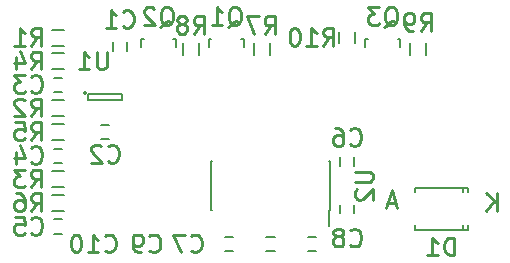
<source format=gbo>
G04 #@! TF.FileFunction,Legend,Bot*
%FSLAX46Y46*%
G04 Gerber Fmt 4.6, Leading zero omitted, Abs format (unit mm)*
G04 Created by KiCad (PCBNEW 4.0.2+dfsg1-stable) date Thu 06 Oct 2016 17:54:39 BST*
%MOMM*%
G01*
G04 APERTURE LIST*
%ADD10C,0.150000*%
%ADD11C,0.250000*%
%ADD12O,1.727200X1.727200*%
%ADD13R,0.900000X0.500000*%
%ADD14C,2.400000*%
%ADD15R,0.750000X0.800000*%
%ADD16R,0.800000X0.750000*%
%ADD17R,0.800100X0.800100*%
%ADD18R,0.500000X0.900000*%
%ADD19R,0.600000X1.500000*%
%ADD20R,0.650000X1.060000*%
%ADD21R,2.499360X1.800860*%
%ADD22C,2.000000*%
G04 APERTURE END LIST*
D10*
X162975000Y-124260000D02*
X162975000Y-123260000D01*
X161625000Y-123260000D02*
X161625000Y-124260000D01*
X143650000Y-124860000D02*
X143650000Y-124160000D01*
X142450000Y-124160000D02*
X142450000Y-124860000D01*
X141450000Y-132360000D02*
X142150000Y-132360000D01*
X142150000Y-131160000D02*
X141450000Y-131160000D01*
X138150000Y-127160000D02*
X137450000Y-127160000D01*
X137450000Y-128360000D02*
X138150000Y-128360000D01*
X138150000Y-133160000D02*
X137450000Y-133160000D01*
X137450000Y-134360000D02*
X138150000Y-134360000D01*
X138150000Y-139160000D02*
X137450000Y-139160000D01*
X137450000Y-140360000D02*
X138150000Y-140360000D01*
X162900000Y-134610000D02*
X162900000Y-133910000D01*
X161700000Y-133910000D02*
X161700000Y-134610000D01*
X159650000Y-140660000D02*
X158950000Y-140660000D01*
X158950000Y-141860000D02*
X159650000Y-141860000D01*
X162900000Y-138610000D02*
X162900000Y-137910000D01*
X161700000Y-137910000D02*
X161700000Y-138610000D01*
X156150000Y-140660000D02*
X155450000Y-140660000D01*
X155450000Y-141860000D02*
X156150000Y-141860000D01*
X151950000Y-141860000D02*
X152650000Y-141860000D01*
X152650000Y-140660000D02*
X151950000Y-140660000D01*
X150750840Y-123859760D02*
X150799100Y-123859760D01*
X153549820Y-124560800D02*
X153549820Y-123859760D01*
X153549820Y-123859760D02*
X153300900Y-123859760D01*
X150750840Y-123859760D02*
X150550180Y-123859760D01*
X150550180Y-123859760D02*
X150550180Y-124560800D01*
X145000840Y-123859760D02*
X145049100Y-123859760D01*
X147799820Y-124560800D02*
X147799820Y-123859760D01*
X147799820Y-123859760D02*
X147550900Y-123859760D01*
X145000840Y-123859760D02*
X144800180Y-123859760D01*
X144800180Y-123859760D02*
X144800180Y-124560800D01*
X164000840Y-123859760D02*
X164049100Y-123859760D01*
X166799820Y-124560800D02*
X166799820Y-123859760D01*
X166799820Y-123859760D02*
X166550900Y-123859760D01*
X164000840Y-123859760D02*
X163800180Y-123859760D01*
X163800180Y-123859760D02*
X163800180Y-124560800D01*
X137300000Y-124435000D02*
X138300000Y-124435000D01*
X138300000Y-123085000D02*
X137300000Y-123085000D01*
X137300000Y-130435000D02*
X138300000Y-130435000D01*
X138300000Y-129085000D02*
X137300000Y-129085000D01*
X137300000Y-136435000D02*
X138300000Y-136435000D01*
X138300000Y-135085000D02*
X137300000Y-135085000D01*
X137300000Y-126435000D02*
X138300000Y-126435000D01*
X138300000Y-125085000D02*
X137300000Y-125085000D01*
X137300000Y-132435000D02*
X138300000Y-132435000D01*
X138300000Y-131085000D02*
X137300000Y-131085000D01*
X137300000Y-138435000D02*
X138300000Y-138435000D01*
X138300000Y-137085000D02*
X137300000Y-137085000D01*
X154375000Y-124260000D02*
X154375000Y-125260000D01*
X155725000Y-125260000D02*
X155725000Y-124260000D01*
X148375000Y-124260000D02*
X148375000Y-125260000D01*
X149725000Y-125260000D02*
X149725000Y-124260000D01*
X167625000Y-124260000D02*
X167625000Y-125260000D01*
X168975000Y-125260000D02*
X168975000Y-124260000D01*
X160875000Y-138335000D02*
X160770000Y-138335000D01*
X160875000Y-134185000D02*
X160770000Y-134185000D01*
X150725000Y-134185000D02*
X150830000Y-134185000D01*
X150725000Y-138335000D02*
X150830000Y-138335000D01*
X160875000Y-138335000D02*
X160875000Y-134185000D01*
X150725000Y-138335000D02*
X150725000Y-134185000D01*
X160770000Y-138335000D02*
X160770000Y-139710000D01*
X140200000Y-128460000D02*
G75*
G03X140200000Y-128460000I-100000J0D01*
G01*
X140350000Y-129010000D02*
X140350000Y-128510000D01*
X143250000Y-129010000D02*
X140350000Y-129010000D01*
X143250000Y-128510000D02*
X143250000Y-129010000D01*
X140350000Y-128510000D02*
X143250000Y-128510000D01*
X172099140Y-140010060D02*
X172099140Y-139659540D01*
X172099140Y-136509940D02*
X172099140Y-136860460D01*
X168049560Y-140010060D02*
X168049560Y-139659540D01*
X172550440Y-140010060D02*
X172550440Y-139659540D01*
X172550440Y-136509940D02*
X172550440Y-136860460D01*
X168049560Y-136509940D02*
X168049560Y-136860460D01*
X172550440Y-140010060D02*
X168049560Y-140010060D01*
X172550440Y-136509940D02*
X168049560Y-136509940D01*
D11*
X160264285Y-124438571D02*
X160764285Y-123724286D01*
X161121428Y-124438571D02*
X161121428Y-122938571D01*
X160550000Y-122938571D01*
X160407142Y-123010000D01*
X160335714Y-123081429D01*
X160264285Y-123224286D01*
X160264285Y-123438571D01*
X160335714Y-123581429D01*
X160407142Y-123652857D01*
X160550000Y-123724286D01*
X161121428Y-123724286D01*
X158835714Y-124438571D02*
X159692857Y-124438571D01*
X159264285Y-124438571D02*
X159264285Y-122938571D01*
X159407142Y-123152857D01*
X159550000Y-123295714D01*
X159692857Y-123367143D01*
X157907143Y-122938571D02*
X157764286Y-122938571D01*
X157621429Y-123010000D01*
X157550000Y-123081429D01*
X157478571Y-123224286D01*
X157407143Y-123510000D01*
X157407143Y-123867143D01*
X157478571Y-124152857D01*
X157550000Y-124295714D01*
X157621429Y-124367143D01*
X157764286Y-124438571D01*
X157907143Y-124438571D01*
X158050000Y-124367143D01*
X158121429Y-124295714D01*
X158192857Y-124152857D01*
X158264286Y-123867143D01*
X158264286Y-123510000D01*
X158192857Y-123224286D01*
X158121429Y-123081429D01*
X158050000Y-123010000D01*
X157907143Y-122938571D01*
X143299999Y-122795714D02*
X143371428Y-122867143D01*
X143585714Y-122938571D01*
X143728571Y-122938571D01*
X143942856Y-122867143D01*
X144085714Y-122724286D01*
X144157142Y-122581429D01*
X144228571Y-122295714D01*
X144228571Y-122081429D01*
X144157142Y-121795714D01*
X144085714Y-121652857D01*
X143942856Y-121510000D01*
X143728571Y-121438571D01*
X143585714Y-121438571D01*
X143371428Y-121510000D01*
X143299999Y-121581429D01*
X141871428Y-122938571D02*
X142728571Y-122938571D01*
X142299999Y-122938571D02*
X142299999Y-121438571D01*
X142442856Y-121652857D01*
X142585714Y-121795714D01*
X142728571Y-121867143D01*
X142049999Y-134195714D02*
X142121428Y-134267143D01*
X142335714Y-134338571D01*
X142478571Y-134338571D01*
X142692856Y-134267143D01*
X142835714Y-134124286D01*
X142907142Y-133981429D01*
X142978571Y-133695714D01*
X142978571Y-133481429D01*
X142907142Y-133195714D01*
X142835714Y-133052857D01*
X142692856Y-132910000D01*
X142478571Y-132838571D01*
X142335714Y-132838571D01*
X142121428Y-132910000D01*
X142049999Y-132981429D01*
X141478571Y-132981429D02*
X141407142Y-132910000D01*
X141264285Y-132838571D01*
X140907142Y-132838571D01*
X140764285Y-132910000D01*
X140692856Y-132981429D01*
X140621428Y-133124286D01*
X140621428Y-133267143D01*
X140692856Y-133481429D01*
X141549999Y-134338571D01*
X140621428Y-134338571D01*
X135549999Y-128295714D02*
X135621428Y-128367143D01*
X135835714Y-128438571D01*
X135978571Y-128438571D01*
X136192856Y-128367143D01*
X136335714Y-128224286D01*
X136407142Y-128081429D01*
X136478571Y-127795714D01*
X136478571Y-127581429D01*
X136407142Y-127295714D01*
X136335714Y-127152857D01*
X136192856Y-127010000D01*
X135978571Y-126938571D01*
X135835714Y-126938571D01*
X135621428Y-127010000D01*
X135549999Y-127081429D01*
X135049999Y-126938571D02*
X134121428Y-126938571D01*
X134621428Y-127510000D01*
X134407142Y-127510000D01*
X134264285Y-127581429D01*
X134192856Y-127652857D01*
X134121428Y-127795714D01*
X134121428Y-128152857D01*
X134192856Y-128295714D01*
X134264285Y-128367143D01*
X134407142Y-128438571D01*
X134835714Y-128438571D01*
X134978571Y-128367143D01*
X135049999Y-128295714D01*
X135549999Y-134295714D02*
X135621428Y-134367143D01*
X135835714Y-134438571D01*
X135978571Y-134438571D01*
X136192856Y-134367143D01*
X136335714Y-134224286D01*
X136407142Y-134081429D01*
X136478571Y-133795714D01*
X136478571Y-133581429D01*
X136407142Y-133295714D01*
X136335714Y-133152857D01*
X136192856Y-133010000D01*
X135978571Y-132938571D01*
X135835714Y-132938571D01*
X135621428Y-133010000D01*
X135549999Y-133081429D01*
X134264285Y-133438571D02*
X134264285Y-134438571D01*
X134621428Y-132867143D02*
X134978571Y-133938571D01*
X134049999Y-133938571D01*
X135549999Y-140295714D02*
X135621428Y-140367143D01*
X135835714Y-140438571D01*
X135978571Y-140438571D01*
X136192856Y-140367143D01*
X136335714Y-140224286D01*
X136407142Y-140081429D01*
X136478571Y-139795714D01*
X136478571Y-139581429D01*
X136407142Y-139295714D01*
X136335714Y-139152857D01*
X136192856Y-139010000D01*
X135978571Y-138938571D01*
X135835714Y-138938571D01*
X135621428Y-139010000D01*
X135549999Y-139081429D01*
X134192856Y-138938571D02*
X134907142Y-138938571D01*
X134978571Y-139652857D01*
X134907142Y-139581429D01*
X134764285Y-139510000D01*
X134407142Y-139510000D01*
X134264285Y-139581429D01*
X134192856Y-139652857D01*
X134121428Y-139795714D01*
X134121428Y-140152857D01*
X134192856Y-140295714D01*
X134264285Y-140367143D01*
X134407142Y-140438571D01*
X134764285Y-140438571D01*
X134907142Y-140367143D01*
X134978571Y-140295714D01*
X162549999Y-132795714D02*
X162621428Y-132867143D01*
X162835714Y-132938571D01*
X162978571Y-132938571D01*
X163192856Y-132867143D01*
X163335714Y-132724286D01*
X163407142Y-132581429D01*
X163478571Y-132295714D01*
X163478571Y-132081429D01*
X163407142Y-131795714D01*
X163335714Y-131652857D01*
X163192856Y-131510000D01*
X162978571Y-131438571D01*
X162835714Y-131438571D01*
X162621428Y-131510000D01*
X162549999Y-131581429D01*
X161264285Y-131438571D02*
X161549999Y-131438571D01*
X161692856Y-131510000D01*
X161764285Y-131581429D01*
X161907142Y-131795714D01*
X161978571Y-132081429D01*
X161978571Y-132652857D01*
X161907142Y-132795714D01*
X161835714Y-132867143D01*
X161692856Y-132938571D01*
X161407142Y-132938571D01*
X161264285Y-132867143D01*
X161192856Y-132795714D01*
X161121428Y-132652857D01*
X161121428Y-132295714D01*
X161192856Y-132152857D01*
X161264285Y-132081429D01*
X161407142Y-132010000D01*
X161692856Y-132010000D01*
X161835714Y-132081429D01*
X161907142Y-132152857D01*
X161978571Y-132295714D01*
X149049999Y-141795714D02*
X149121428Y-141867143D01*
X149335714Y-141938571D01*
X149478571Y-141938571D01*
X149692856Y-141867143D01*
X149835714Y-141724286D01*
X149907142Y-141581429D01*
X149978571Y-141295714D01*
X149978571Y-141081429D01*
X149907142Y-140795714D01*
X149835714Y-140652857D01*
X149692856Y-140510000D01*
X149478571Y-140438571D01*
X149335714Y-140438571D01*
X149121428Y-140510000D01*
X149049999Y-140581429D01*
X148549999Y-140438571D02*
X147549999Y-140438571D01*
X148192856Y-141938571D01*
X162549999Y-141295714D02*
X162621428Y-141367143D01*
X162835714Y-141438571D01*
X162978571Y-141438571D01*
X163192856Y-141367143D01*
X163335714Y-141224286D01*
X163407142Y-141081429D01*
X163478571Y-140795714D01*
X163478571Y-140581429D01*
X163407142Y-140295714D01*
X163335714Y-140152857D01*
X163192856Y-140010000D01*
X162978571Y-139938571D01*
X162835714Y-139938571D01*
X162621428Y-140010000D01*
X162549999Y-140081429D01*
X161692856Y-140581429D02*
X161835714Y-140510000D01*
X161907142Y-140438571D01*
X161978571Y-140295714D01*
X161978571Y-140224286D01*
X161907142Y-140081429D01*
X161835714Y-140010000D01*
X161692856Y-139938571D01*
X161407142Y-139938571D01*
X161264285Y-140010000D01*
X161192856Y-140081429D01*
X161121428Y-140224286D01*
X161121428Y-140295714D01*
X161192856Y-140438571D01*
X161264285Y-140510000D01*
X161407142Y-140581429D01*
X161692856Y-140581429D01*
X161835714Y-140652857D01*
X161907142Y-140724286D01*
X161978571Y-140867143D01*
X161978571Y-141152857D01*
X161907142Y-141295714D01*
X161835714Y-141367143D01*
X161692856Y-141438571D01*
X161407142Y-141438571D01*
X161264285Y-141367143D01*
X161192856Y-141295714D01*
X161121428Y-141152857D01*
X161121428Y-140867143D01*
X161192856Y-140724286D01*
X161264285Y-140652857D01*
X161407142Y-140581429D01*
X145549999Y-141795714D02*
X145621428Y-141867143D01*
X145835714Y-141938571D01*
X145978571Y-141938571D01*
X146192856Y-141867143D01*
X146335714Y-141724286D01*
X146407142Y-141581429D01*
X146478571Y-141295714D01*
X146478571Y-141081429D01*
X146407142Y-140795714D01*
X146335714Y-140652857D01*
X146192856Y-140510000D01*
X145978571Y-140438571D01*
X145835714Y-140438571D01*
X145621428Y-140510000D01*
X145549999Y-140581429D01*
X144835714Y-141938571D02*
X144549999Y-141938571D01*
X144407142Y-141867143D01*
X144335714Y-141795714D01*
X144192856Y-141581429D01*
X144121428Y-141295714D01*
X144121428Y-140724286D01*
X144192856Y-140581429D01*
X144264285Y-140510000D01*
X144407142Y-140438571D01*
X144692856Y-140438571D01*
X144835714Y-140510000D01*
X144907142Y-140581429D01*
X144978571Y-140724286D01*
X144978571Y-141081429D01*
X144907142Y-141224286D01*
X144835714Y-141295714D01*
X144692856Y-141367143D01*
X144407142Y-141367143D01*
X144264285Y-141295714D01*
X144192856Y-141224286D01*
X144121428Y-141081429D01*
X141764285Y-141795714D02*
X141835714Y-141867143D01*
X142050000Y-141938571D01*
X142192857Y-141938571D01*
X142407142Y-141867143D01*
X142550000Y-141724286D01*
X142621428Y-141581429D01*
X142692857Y-141295714D01*
X142692857Y-141081429D01*
X142621428Y-140795714D01*
X142550000Y-140652857D01*
X142407142Y-140510000D01*
X142192857Y-140438571D01*
X142050000Y-140438571D01*
X141835714Y-140510000D01*
X141764285Y-140581429D01*
X140335714Y-141938571D02*
X141192857Y-141938571D01*
X140764285Y-141938571D02*
X140764285Y-140438571D01*
X140907142Y-140652857D01*
X141050000Y-140795714D01*
X141192857Y-140867143D01*
X139407143Y-140438571D02*
X139264286Y-140438571D01*
X139121429Y-140510000D01*
X139050000Y-140581429D01*
X138978571Y-140724286D01*
X138907143Y-141010000D01*
X138907143Y-141367143D01*
X138978571Y-141652857D01*
X139050000Y-141795714D01*
X139121429Y-141867143D01*
X139264286Y-141938571D01*
X139407143Y-141938571D01*
X139550000Y-141867143D01*
X139621429Y-141795714D01*
X139692857Y-141652857D01*
X139764286Y-141367143D01*
X139764286Y-141010000D01*
X139692857Y-140724286D01*
X139621429Y-140581429D01*
X139550000Y-140510000D01*
X139407143Y-140438571D01*
X152192857Y-122831429D02*
X152335714Y-122760000D01*
X152478571Y-122617143D01*
X152692857Y-122402857D01*
X152835714Y-122331429D01*
X152978571Y-122331429D01*
X152907143Y-122688571D02*
X153050000Y-122617143D01*
X153192857Y-122474286D01*
X153264286Y-122188571D01*
X153264286Y-121688571D01*
X153192857Y-121402857D01*
X153050000Y-121260000D01*
X152907143Y-121188571D01*
X152621429Y-121188571D01*
X152478571Y-121260000D01*
X152335714Y-121402857D01*
X152264286Y-121688571D01*
X152264286Y-122188571D01*
X152335714Y-122474286D01*
X152478571Y-122617143D01*
X152621429Y-122688571D01*
X152907143Y-122688571D01*
X150835714Y-122688571D02*
X151692857Y-122688571D01*
X151264285Y-122688571D02*
X151264285Y-121188571D01*
X151407142Y-121402857D01*
X151550000Y-121545714D01*
X151692857Y-121617143D01*
X146442857Y-122831429D02*
X146585714Y-122760000D01*
X146728571Y-122617143D01*
X146942857Y-122402857D01*
X147085714Y-122331429D01*
X147228571Y-122331429D01*
X147157143Y-122688571D02*
X147300000Y-122617143D01*
X147442857Y-122474286D01*
X147514286Y-122188571D01*
X147514286Y-121688571D01*
X147442857Y-121402857D01*
X147300000Y-121260000D01*
X147157143Y-121188571D01*
X146871429Y-121188571D01*
X146728571Y-121260000D01*
X146585714Y-121402857D01*
X146514286Y-121688571D01*
X146514286Y-122188571D01*
X146585714Y-122474286D01*
X146728571Y-122617143D01*
X146871429Y-122688571D01*
X147157143Y-122688571D01*
X145942857Y-121331429D02*
X145871428Y-121260000D01*
X145728571Y-121188571D01*
X145371428Y-121188571D01*
X145228571Y-121260000D01*
X145157142Y-121331429D01*
X145085714Y-121474286D01*
X145085714Y-121617143D01*
X145157142Y-121831429D01*
X146014285Y-122688571D01*
X145085714Y-122688571D01*
X165442857Y-122831429D02*
X165585714Y-122760000D01*
X165728571Y-122617143D01*
X165942857Y-122402857D01*
X166085714Y-122331429D01*
X166228571Y-122331429D01*
X166157143Y-122688571D02*
X166300000Y-122617143D01*
X166442857Y-122474286D01*
X166514286Y-122188571D01*
X166514286Y-121688571D01*
X166442857Y-121402857D01*
X166300000Y-121260000D01*
X166157143Y-121188571D01*
X165871429Y-121188571D01*
X165728571Y-121260000D01*
X165585714Y-121402857D01*
X165514286Y-121688571D01*
X165514286Y-122188571D01*
X165585714Y-122474286D01*
X165728571Y-122617143D01*
X165871429Y-122688571D01*
X166157143Y-122688571D01*
X165014285Y-121188571D02*
X164085714Y-121188571D01*
X164585714Y-121760000D01*
X164371428Y-121760000D01*
X164228571Y-121831429D01*
X164157142Y-121902857D01*
X164085714Y-122045714D01*
X164085714Y-122402857D01*
X164157142Y-122545714D01*
X164228571Y-122617143D01*
X164371428Y-122688571D01*
X164800000Y-122688571D01*
X164942857Y-122617143D01*
X165014285Y-122545714D01*
X135549999Y-124438571D02*
X136049999Y-123724286D01*
X136407142Y-124438571D02*
X136407142Y-122938571D01*
X135835714Y-122938571D01*
X135692856Y-123010000D01*
X135621428Y-123081429D01*
X135549999Y-123224286D01*
X135549999Y-123438571D01*
X135621428Y-123581429D01*
X135692856Y-123652857D01*
X135835714Y-123724286D01*
X136407142Y-123724286D01*
X134121428Y-124438571D02*
X134978571Y-124438571D01*
X134549999Y-124438571D02*
X134549999Y-122938571D01*
X134692856Y-123152857D01*
X134835714Y-123295714D01*
X134978571Y-123367143D01*
X135549999Y-130438571D02*
X136049999Y-129724286D01*
X136407142Y-130438571D02*
X136407142Y-128938571D01*
X135835714Y-128938571D01*
X135692856Y-129010000D01*
X135621428Y-129081429D01*
X135549999Y-129224286D01*
X135549999Y-129438571D01*
X135621428Y-129581429D01*
X135692856Y-129652857D01*
X135835714Y-129724286D01*
X136407142Y-129724286D01*
X134978571Y-129081429D02*
X134907142Y-129010000D01*
X134764285Y-128938571D01*
X134407142Y-128938571D01*
X134264285Y-129010000D01*
X134192856Y-129081429D01*
X134121428Y-129224286D01*
X134121428Y-129367143D01*
X134192856Y-129581429D01*
X135049999Y-130438571D01*
X134121428Y-130438571D01*
X135549999Y-136438571D02*
X136049999Y-135724286D01*
X136407142Y-136438571D02*
X136407142Y-134938571D01*
X135835714Y-134938571D01*
X135692856Y-135010000D01*
X135621428Y-135081429D01*
X135549999Y-135224286D01*
X135549999Y-135438571D01*
X135621428Y-135581429D01*
X135692856Y-135652857D01*
X135835714Y-135724286D01*
X136407142Y-135724286D01*
X135049999Y-134938571D02*
X134121428Y-134938571D01*
X134621428Y-135510000D01*
X134407142Y-135510000D01*
X134264285Y-135581429D01*
X134192856Y-135652857D01*
X134121428Y-135795714D01*
X134121428Y-136152857D01*
X134192856Y-136295714D01*
X134264285Y-136367143D01*
X134407142Y-136438571D01*
X134835714Y-136438571D01*
X134978571Y-136367143D01*
X135049999Y-136295714D01*
X135549999Y-126438571D02*
X136049999Y-125724286D01*
X136407142Y-126438571D02*
X136407142Y-124938571D01*
X135835714Y-124938571D01*
X135692856Y-125010000D01*
X135621428Y-125081429D01*
X135549999Y-125224286D01*
X135549999Y-125438571D01*
X135621428Y-125581429D01*
X135692856Y-125652857D01*
X135835714Y-125724286D01*
X136407142Y-125724286D01*
X134264285Y-125438571D02*
X134264285Y-126438571D01*
X134621428Y-124867143D02*
X134978571Y-125938571D01*
X134049999Y-125938571D01*
X135549999Y-132438571D02*
X136049999Y-131724286D01*
X136407142Y-132438571D02*
X136407142Y-130938571D01*
X135835714Y-130938571D01*
X135692856Y-131010000D01*
X135621428Y-131081429D01*
X135549999Y-131224286D01*
X135549999Y-131438571D01*
X135621428Y-131581429D01*
X135692856Y-131652857D01*
X135835714Y-131724286D01*
X136407142Y-131724286D01*
X134192856Y-130938571D02*
X134907142Y-130938571D01*
X134978571Y-131652857D01*
X134907142Y-131581429D01*
X134764285Y-131510000D01*
X134407142Y-131510000D01*
X134264285Y-131581429D01*
X134192856Y-131652857D01*
X134121428Y-131795714D01*
X134121428Y-132152857D01*
X134192856Y-132295714D01*
X134264285Y-132367143D01*
X134407142Y-132438571D01*
X134764285Y-132438571D01*
X134907142Y-132367143D01*
X134978571Y-132295714D01*
X135549999Y-138438571D02*
X136049999Y-137724286D01*
X136407142Y-138438571D02*
X136407142Y-136938571D01*
X135835714Y-136938571D01*
X135692856Y-137010000D01*
X135621428Y-137081429D01*
X135549999Y-137224286D01*
X135549999Y-137438571D01*
X135621428Y-137581429D01*
X135692856Y-137652857D01*
X135835714Y-137724286D01*
X136407142Y-137724286D01*
X134264285Y-136938571D02*
X134549999Y-136938571D01*
X134692856Y-137010000D01*
X134764285Y-137081429D01*
X134907142Y-137295714D01*
X134978571Y-137581429D01*
X134978571Y-138152857D01*
X134907142Y-138295714D01*
X134835714Y-138367143D01*
X134692856Y-138438571D01*
X134407142Y-138438571D01*
X134264285Y-138367143D01*
X134192856Y-138295714D01*
X134121428Y-138152857D01*
X134121428Y-137795714D01*
X134192856Y-137652857D01*
X134264285Y-137581429D01*
X134407142Y-137510000D01*
X134692856Y-137510000D01*
X134835714Y-137581429D01*
X134907142Y-137652857D01*
X134978571Y-137795714D01*
X155299999Y-123438571D02*
X155799999Y-122724286D01*
X156157142Y-123438571D02*
X156157142Y-121938571D01*
X155585714Y-121938571D01*
X155442856Y-122010000D01*
X155371428Y-122081429D01*
X155299999Y-122224286D01*
X155299999Y-122438571D01*
X155371428Y-122581429D01*
X155442856Y-122652857D01*
X155585714Y-122724286D01*
X156157142Y-122724286D01*
X154799999Y-121938571D02*
X153799999Y-121938571D01*
X154442856Y-123438571D01*
X149299999Y-123438571D02*
X149799999Y-122724286D01*
X150157142Y-123438571D02*
X150157142Y-121938571D01*
X149585714Y-121938571D01*
X149442856Y-122010000D01*
X149371428Y-122081429D01*
X149299999Y-122224286D01*
X149299999Y-122438571D01*
X149371428Y-122581429D01*
X149442856Y-122652857D01*
X149585714Y-122724286D01*
X150157142Y-122724286D01*
X148442856Y-122581429D02*
X148585714Y-122510000D01*
X148657142Y-122438571D01*
X148728571Y-122295714D01*
X148728571Y-122224286D01*
X148657142Y-122081429D01*
X148585714Y-122010000D01*
X148442856Y-121938571D01*
X148157142Y-121938571D01*
X148014285Y-122010000D01*
X147942856Y-122081429D01*
X147871428Y-122224286D01*
X147871428Y-122295714D01*
X147942856Y-122438571D01*
X148014285Y-122510000D01*
X148157142Y-122581429D01*
X148442856Y-122581429D01*
X148585714Y-122652857D01*
X148657142Y-122724286D01*
X148728571Y-122867143D01*
X148728571Y-123152857D01*
X148657142Y-123295714D01*
X148585714Y-123367143D01*
X148442856Y-123438571D01*
X148157142Y-123438571D01*
X148014285Y-123367143D01*
X147942856Y-123295714D01*
X147871428Y-123152857D01*
X147871428Y-122867143D01*
X147942856Y-122724286D01*
X148014285Y-122652857D01*
X148157142Y-122581429D01*
X168549999Y-123188571D02*
X169049999Y-122474286D01*
X169407142Y-123188571D02*
X169407142Y-121688571D01*
X168835714Y-121688571D01*
X168692856Y-121760000D01*
X168621428Y-121831429D01*
X168549999Y-121974286D01*
X168549999Y-122188571D01*
X168621428Y-122331429D01*
X168692856Y-122402857D01*
X168835714Y-122474286D01*
X169407142Y-122474286D01*
X167835714Y-123188571D02*
X167549999Y-123188571D01*
X167407142Y-123117143D01*
X167335714Y-123045714D01*
X167192856Y-122831429D01*
X167121428Y-122545714D01*
X167121428Y-121974286D01*
X167192856Y-121831429D01*
X167264285Y-121760000D01*
X167407142Y-121688571D01*
X167692856Y-121688571D01*
X167835714Y-121760000D01*
X167907142Y-121831429D01*
X167978571Y-121974286D01*
X167978571Y-122331429D01*
X167907142Y-122474286D01*
X167835714Y-122545714D01*
X167692856Y-122617143D01*
X167407142Y-122617143D01*
X167264285Y-122545714D01*
X167192856Y-122474286D01*
X167121428Y-122331429D01*
X162978571Y-135117143D02*
X164192857Y-135117143D01*
X164335714Y-135188571D01*
X164407143Y-135260000D01*
X164478571Y-135402857D01*
X164478571Y-135688571D01*
X164407143Y-135831429D01*
X164335714Y-135902857D01*
X164192857Y-135974286D01*
X162978571Y-135974286D01*
X163121429Y-136617143D02*
X163050000Y-136688572D01*
X162978571Y-136831429D01*
X162978571Y-137188572D01*
X163050000Y-137331429D01*
X163121429Y-137402858D01*
X163264286Y-137474286D01*
X163407143Y-137474286D01*
X163621429Y-137402858D01*
X164478571Y-136545715D01*
X164478571Y-137474286D01*
X141942857Y-124938571D02*
X141942857Y-126152857D01*
X141871429Y-126295714D01*
X141800000Y-126367143D01*
X141657143Y-126438571D01*
X141371429Y-126438571D01*
X141228571Y-126367143D01*
X141157143Y-126295714D01*
X141085714Y-126152857D01*
X141085714Y-124938571D01*
X139585714Y-126438571D02*
X140442857Y-126438571D01*
X140014285Y-126438571D02*
X140014285Y-124938571D01*
X140157142Y-125152857D01*
X140300000Y-125295714D01*
X140442857Y-125367143D01*
X171367142Y-142188571D02*
X171367142Y-140688571D01*
X171009999Y-140688571D01*
X170795714Y-140760000D01*
X170652856Y-140902857D01*
X170581428Y-141045714D01*
X170509999Y-141331429D01*
X170509999Y-141545714D01*
X170581428Y-141831429D01*
X170652856Y-141974286D01*
X170795714Y-142117143D01*
X171009999Y-142188571D01*
X171367142Y-142188571D01*
X169081428Y-142188571D02*
X169938571Y-142188571D01*
X169509999Y-142188571D02*
X169509999Y-140688571D01*
X169652856Y-140902857D01*
X169795714Y-141045714D01*
X169938571Y-141117143D01*
X174942857Y-138438571D02*
X174942857Y-136938571D01*
X174085714Y-138438571D02*
X174728571Y-137581429D01*
X174085714Y-136938571D02*
X174942857Y-137795714D01*
X166407143Y-137760000D02*
X165692857Y-137760000D01*
X166550000Y-138188571D02*
X166050000Y-136688571D01*
X165550000Y-138188571D01*
%LPC*%
D12*
X145800000Y-130300000D03*
X145800000Y-127760000D03*
X148340000Y-130300000D03*
X148340000Y-127760000D03*
X150880000Y-130300000D03*
X150880000Y-127760000D03*
X153420000Y-130300000D03*
X153420000Y-127760000D03*
X155960000Y-130300000D03*
X155960000Y-127760000D03*
X158500000Y-130300000D03*
X158500000Y-127760000D03*
X161040000Y-130300000D03*
X161040000Y-127760000D03*
X163580000Y-130300000D03*
X163580000Y-127760000D03*
X166120000Y-130300000D03*
X166120000Y-127760000D03*
X168660000Y-130300000D03*
X168660000Y-127760000D03*
X171200000Y-130300000D03*
X171200000Y-127760000D03*
X173740000Y-130300000D03*
X173740000Y-127760000D03*
X176280000Y-130300000D03*
X176280000Y-127760000D03*
D13*
X162300000Y-123010000D03*
X162300000Y-124510000D03*
D14*
X174250000Y-119500000D03*
X170750000Y-119500000D03*
X132500000Y-135350000D03*
X132500000Y-138850000D03*
X132500000Y-127250000D03*
X132500000Y-130750000D03*
X132500000Y-119150000D03*
X132500000Y-122650000D03*
D15*
X143050000Y-125260000D03*
X143050000Y-123760000D03*
D16*
X141050000Y-131760000D03*
X142550000Y-131760000D03*
X138550000Y-127760000D03*
X137050000Y-127760000D03*
X138550000Y-133760000D03*
X137050000Y-133760000D03*
X138550000Y-139760000D03*
X137050000Y-139760000D03*
D15*
X162300000Y-135010000D03*
X162300000Y-133510000D03*
D16*
X160050000Y-141260000D03*
X158550000Y-141260000D03*
D15*
X162300000Y-139010000D03*
X162300000Y-137510000D03*
D16*
X156550000Y-141260000D03*
X155050000Y-141260000D03*
X151550000Y-141260000D03*
X153050000Y-141260000D03*
D14*
X137000000Y-119500000D03*
X151000000Y-119500000D03*
X140500000Y-119500000D03*
X147500000Y-119500000D03*
X144000000Y-119500000D03*
X166300000Y-119500000D03*
X155500000Y-119500000D03*
X162650000Y-119500000D03*
X159150000Y-119500000D03*
D17*
X153000000Y-125510760D03*
X151100000Y-125510760D03*
X152050000Y-123511780D03*
X147250000Y-125510760D03*
X145350000Y-125510760D03*
X146300000Y-123511780D03*
X166250000Y-125510760D03*
X164350000Y-125510760D03*
X165300000Y-123511780D03*
D18*
X138550000Y-123760000D03*
X137050000Y-123760000D03*
X138550000Y-129760000D03*
X137050000Y-129760000D03*
X138550000Y-135760000D03*
X137050000Y-135760000D03*
X138550000Y-125760000D03*
X137050000Y-125760000D03*
X138550000Y-131760000D03*
X137050000Y-131760000D03*
X138550000Y-137760000D03*
X137050000Y-137760000D03*
D13*
X155050000Y-125510000D03*
X155050000Y-124010000D03*
X149050000Y-125510000D03*
X149050000Y-124010000D03*
X168300000Y-125510000D03*
X168300000Y-124010000D03*
D19*
X160245000Y-138960000D03*
X158975000Y-138960000D03*
X157705000Y-138960000D03*
X156435000Y-138960000D03*
X155165000Y-138960000D03*
X153895000Y-138960000D03*
X152625000Y-138960000D03*
X151355000Y-138960000D03*
X151355000Y-133560000D03*
X152625000Y-133560000D03*
X153895000Y-133560000D03*
X155165000Y-133560000D03*
X156435000Y-133560000D03*
X157705000Y-133560000D03*
X158975000Y-133560000D03*
X160245000Y-133560000D03*
D20*
X140850000Y-127660000D03*
X141800000Y-127660000D03*
X142750000Y-127660000D03*
X142750000Y-129860000D03*
X140850000Y-129860000D03*
D21*
X172298980Y-138260000D03*
X168301020Y-138260000D03*
D22*
X174110000Y-139800000D03*
X174110000Y-134720000D03*
X166490000Y-139800000D03*
X169030000Y-134720000D03*
M02*

</source>
